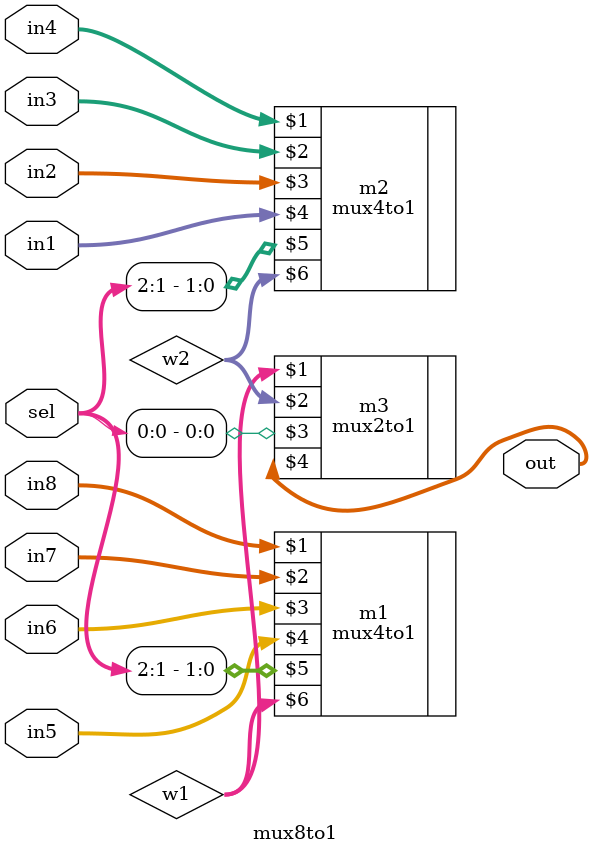
<source format=v>
module mux8to1(
  input wire [3:0] in1, in2, in3, in4, in5, in6, in7, in8,
  input wire [2:0] sel,
  output wire [3:0] out );
  
  wire [3:0] w1, w2;
  
  mux4to1 m1(in8, in7, in6, in5, sel[2:1], w1);
  mux4to1 m2(in4, in3, in2, in1, sel[2:1], w2);
  mux2to1 m3(w1, w2, sel[0], out);
  
endmodule
</source>
